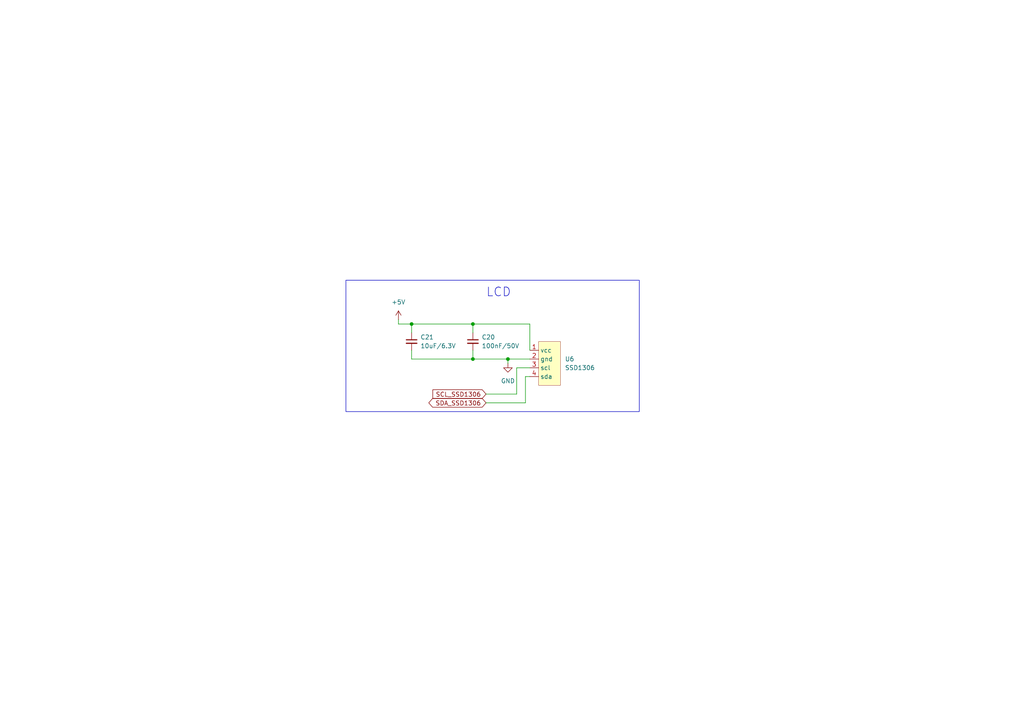
<source format=kicad_sch>
(kicad_sch (version 20230121) (generator eeschema)
  (paper "A4")
  (title_block (title "LCD") (date "2023-12-10"))
  (lib_symbols
    (symbol "Device:C_Small" (pin_numbers hide) (pin_names (offset 0.254) hide)
      (property "Reference" "C" (at 0.254 1.778 0))
      (property "Value" "C_Small" (at 0.254 -2.032 0))
      (symbol "C_Small_0_1"
        (polyline (pts (xy -1.524 -0.508) (xy 1.524 -0.508)) (stroke (width 0.3302)))
        (polyline (pts (xy -1.524 0.508) (xy 1.524 0.508)) (stroke (width 0.3048)))
      )
      (symbol "C_Small_1_1"
        (pin passive line (at 0 2.54 270) (length 2.032) (name "~") (number "1"))
        (pin passive line (at 0 -2.54 90) (length 2.032) (name "~") (number "2"))
      )
    )
    (symbol "power:+5V" (power) (pin_names (offset 0))
      (property "Value" "+5V" (at 0 3.556 0))
      (symbol "+5V_0_1"
        (polyline (pts (xy -0.762 1.27) (xy 0 2.54)))
        (polyline (pts (xy 0 0) (xy 0 2.54)))
        (polyline (pts (xy 0 2.54) (xy 0.762 1.27)))
      )
      (symbol "+5V_1_1"
        (pin power_in line (at 0 0 90) (length 0) hide (name "+5V") (number "1"))
      )
    )
    (symbol "power:GND" (power) (pin_names (offset 0))
      (property "Value" "GND" (at 0 -3.81 0))
      (symbol "GND_0_1"
        (polyline (pts (xy 0 0) (xy 0 -1.27) (xy 1.27 -1.27) (xy 0 -2.54) (xy -1.27 -1.27) (xy 0 -1.27)))
      )
      (symbol "GND_1_1"
        (pin power_in line (at 0 0 270) (length 0) hide (name "GND") (number "1"))
      )
    )
    (symbol "ssd1306_module_i2c:SSD1306"
      (property "Reference" "U" (at -5.08 7.62 0))
      (property "Value" "SSD1306" (at 2.54 7.62 0))
      (symbol "SSD1306_1_1"
        (rectangle (start -6.35 6.35) (end 6.35 0) (stroke (width 0.0254)) (fill (type background)))
        (pin input line (at -3.81 -2.54 90) (length 2.54) (name "vcc") (number "1"))
        (pin input line (at -1.27 -2.54 90) (length 2.54) (name "gnd") (number "2"))
        (pin input line (at 1.27 -2.54 90) (length 2.54) (name "scl") (number "3"))
        (pin bidirectional line (at 3.81 -2.54 90) (length 2.54) (name "sda") (number "4"))
      )
    )
  )
  (junction (at 137.16 104.14))
  (junction (at 119.38 93.98))
  (junction (at 147.32 104.14))
  (junction (at 137.16 93.98))
  (wire (pts (xy 137.16 104.14) (xy 147.32 104.14)))
  (wire (pts (xy 119.38 93.98) (xy 119.38 96.52)))
  (wire (pts (xy 147.32 104.14) (xy 153.67 104.14)))
  (wire (pts (xy 119.38 93.98) (xy 137.16 93.98)))
  (wire (pts (xy 149.86 106.68) (xy 149.86 114.3)))
  (wire (pts (xy 140.97 114.3) (xy 149.86 114.3)))
  (wire (pts (xy 147.32 105.41) (xy 147.32 104.14)))
  (wire (pts (xy 115.57 92.71) (xy 115.57 93.98)))
  (wire (pts (xy 137.16 93.98) (xy 153.67 93.98)))
  (wire (pts (xy 152.4 109.22) (xy 152.4 116.84)))
  (wire (pts (xy 137.16 96.52) (xy 137.16 93.98)))
  (wire (pts (xy 140.97 116.84) (xy 152.4 116.84)))
  (wire (pts (xy 152.4 109.22) (xy 153.67 109.22)))
  (wire (pts (xy 137.16 101.6) (xy 137.16 104.14)))
  (wire (pts (xy 153.67 93.98) (xy 153.67 101.6)))
  (wire (pts (xy 115.57 93.98) (xy 119.38 93.98)))
  (wire (pts (xy 153.67 106.68) (xy 149.86 106.68)))
  (wire (pts (xy 119.38 104.14) (xy 137.16 104.14)))
  (wire (pts (xy 119.38 101.6) (xy 119.38 104.14)))
  (rectangle (start 100.33 81.28) (end 185.42 119.38))
  (text "LCD\n" (at 140.97 86.36 0) (effects (font (size 2.54 2.54)) (justify left bottom)))
  (global_label "SDA_SSD1306" (shape bidirectional) (at 140.97 116.84 180) (property "Intersheetrefs" "${INTERSHEET_REFS}" (effects hide)))
  (global_label "SCL_SSD1306" (shape input) (at 140.97 114.3 180) (property "Intersheetrefs" "${INTERSHEET_REFS}" (effects hide)))
  (symbol (lib_id "power:+5V") (at 115.57 92.71 0) (unit 1)
    (property "Reference" "#PWR024" (effects hide))
    (property "Value" "+5V" (at 115.57 87.63 0))
    (instances (project "Brightness_Meter_TB" (path "" (reference "#PWR024") (unit 1))) (project "Brightness_Meter" (path "" (reference "#PWR017") (unit 1))))
  )
  (symbol (lib_id "ssd1306_module_i2c:SSD1306") (at 156.21 105.41 270) (unit 1)
    (property "Reference" "U6" (at 163.83 104.14 90) (effects (justify left)))
    (property "Value" "SSD1306" (at 163.83 106.68 90) (effects (justify left)))
    (property "Footprint" "SSD1306_I2C:SSD1306" (effects hide))
    (property "Description" "LCD OLED SSD1306 0.96inch 128x64" (effects hide))
    (property "URL" "https://www.thegioiic.com/lcd-oled-ssd1306-0-96inch-128x64-chu-trang-4-chan-giao-tiep-iic" (effects hide))
    (instances (project "Brightness_Meter_TB" (path "" (reference "U6") (unit 1))) (project "Brightness_Meter" (path "" (reference "U5") (unit 1))))
  )
  (symbol (lib_id "Device:C_Small") (at 137.16 99.06 0) (unit 1)
    (property "Reference" "C20" (at 139.7 97.7963 0) (effects (justify left)))
    (property "Value" "100nF/50V" (at 139.7 100.3363 0) (effects (justify left)))
    (property "Footprint" "Capacitor_SMD:C_0603_1608Metric_Pad1.08x0.95mm_HandSolder" (effects hide))
    (property "URL" "https://www.thegioiic.com/tu-gom-0805-100nf-0-1uf-50v" (effects hide))
    (instances (project "Brightness_Meter_TB" (path "" (reference "C20") (unit 1))) (project "Brightness_Meter" (path "" (reference "C16") (unit 1)) (path "" (reference "C19") (unit 1)) (path "" (reference "C34") (unit 1)) (path "" (reference "C54") (unit 1))))
  )
  (symbol (lib_id "power:GND") (at 147.32 105.41 0) (unit 1)
    (property "Reference" "#PWR025" (effects hide))
    (property "Value" "GND" (at 147.32 110.49 0))
    (instances (project "Brightness_Meter_TB" (path "" (reference "#PWR025") (unit 1))) (project "Brightness_Meter" (path "" (reference "#PWR018") (unit 1))))
  )
  (symbol (lib_id "Device:C_Small") (at 119.38 99.06 0) (unit 1)
    (property "Reference" "C21" (at 121.92 97.7963 0) (effects (justify left)))
    (property "Value" "10uF/6.3V" (at 121.92 100.3363 0) (effects (justify left)))
    (property "Footprint" "Capacitor_SMD:C_0603_1608Metric_Pad1.08x0.95mm_HandSolder" (effects hide))
    (property "URL" "https://www.thegioiic.com/tu-gom-0805-10uf-6-3v" (effects hide))
    (instances (project "Brightness_Meter_TB" (path "" (reference "C21") (unit 1))) (project "Brightness_Meter" (path "" (reference "C16") (unit 1)) (path "" (reference "C24") (unit 1)) (path "" (reference "C31") (unit 1)) (path "" (reference "C53") (unit 1))))
  )
)
</source>
